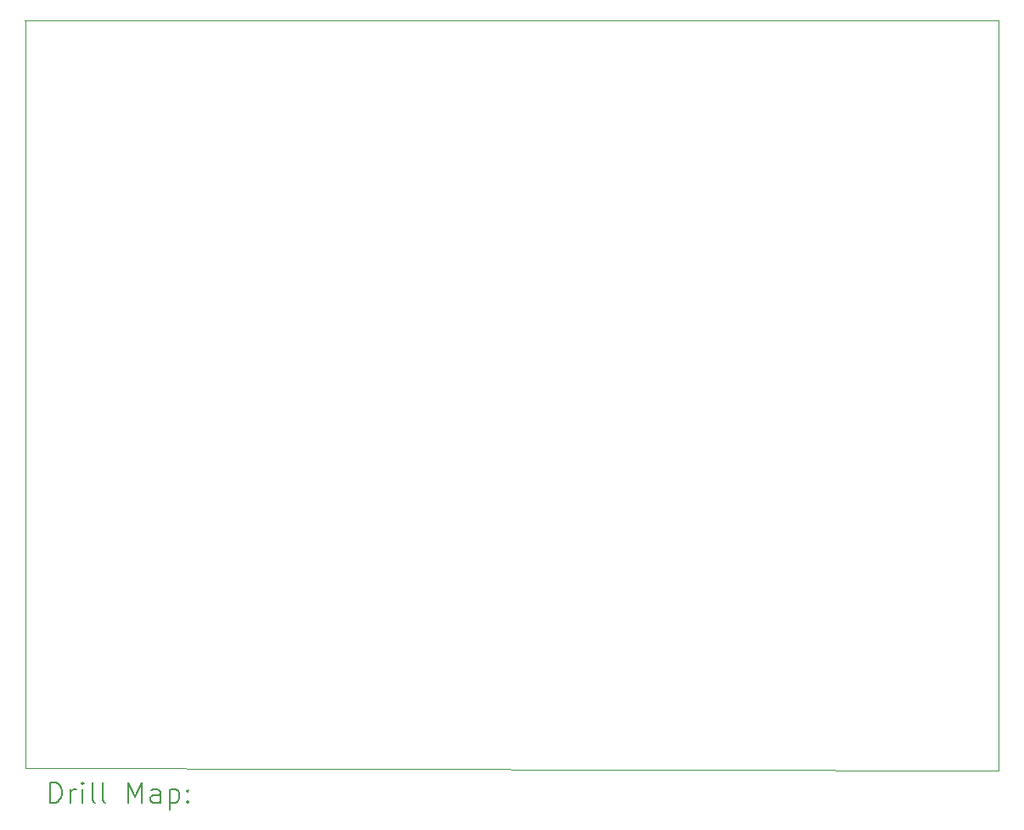
<source format=gbr>
%FSLAX45Y45*%
G04 Gerber Fmt 4.5, Leading zero omitted, Abs format (unit mm)*
G04 Created by KiCad (PCBNEW (6.0.2)) date 2022-06-27 11:40:45*
%MOMM*%
%LPD*%
G01*
G04 APERTURE LIST*
%TA.AperFunction,Profile*%
%ADD10C,0.100000*%
%TD*%
%ADD11C,0.200000*%
G04 APERTURE END LIST*
D10*
X9860200Y-5083100D02*
X19570600Y-5084500D01*
X19572500Y-5083600D02*
X19571300Y-12568000D01*
X9862400Y-12541200D02*
X9862400Y-5080800D01*
X19571300Y-12569100D02*
X9862600Y-12540800D01*
D11*
X10112819Y-12884576D02*
X10112819Y-12684576D01*
X10160438Y-12684576D01*
X10189010Y-12694100D01*
X10208057Y-12713148D01*
X10217581Y-12732195D01*
X10227105Y-12770290D01*
X10227105Y-12798862D01*
X10217581Y-12836957D01*
X10208057Y-12856005D01*
X10189010Y-12875052D01*
X10160438Y-12884576D01*
X10112819Y-12884576D01*
X10312819Y-12884576D02*
X10312819Y-12751243D01*
X10312819Y-12789338D02*
X10322343Y-12770290D01*
X10331867Y-12760767D01*
X10350914Y-12751243D01*
X10369962Y-12751243D01*
X10436629Y-12884576D02*
X10436629Y-12751243D01*
X10436629Y-12684576D02*
X10427105Y-12694100D01*
X10436629Y-12703624D01*
X10446152Y-12694100D01*
X10436629Y-12684576D01*
X10436629Y-12703624D01*
X10560438Y-12884576D02*
X10541390Y-12875052D01*
X10531867Y-12856005D01*
X10531867Y-12684576D01*
X10665200Y-12884576D02*
X10646152Y-12875052D01*
X10636629Y-12856005D01*
X10636629Y-12684576D01*
X10893771Y-12884576D02*
X10893771Y-12684576D01*
X10960438Y-12827433D01*
X11027105Y-12684576D01*
X11027105Y-12884576D01*
X11208057Y-12884576D02*
X11208057Y-12779814D01*
X11198533Y-12760767D01*
X11179486Y-12751243D01*
X11141390Y-12751243D01*
X11122343Y-12760767D01*
X11208057Y-12875052D02*
X11189009Y-12884576D01*
X11141390Y-12884576D01*
X11122343Y-12875052D01*
X11112819Y-12856005D01*
X11112819Y-12836957D01*
X11122343Y-12817909D01*
X11141390Y-12808386D01*
X11189009Y-12808386D01*
X11208057Y-12798862D01*
X11303295Y-12751243D02*
X11303295Y-12951243D01*
X11303295Y-12760767D02*
X11322343Y-12751243D01*
X11360438Y-12751243D01*
X11379486Y-12760767D01*
X11389009Y-12770290D01*
X11398533Y-12789338D01*
X11398533Y-12846481D01*
X11389009Y-12865528D01*
X11379486Y-12875052D01*
X11360438Y-12884576D01*
X11322343Y-12884576D01*
X11303295Y-12875052D01*
X11484248Y-12865528D02*
X11493771Y-12875052D01*
X11484248Y-12884576D01*
X11474724Y-12875052D01*
X11484248Y-12865528D01*
X11484248Y-12884576D01*
X11484248Y-12760767D02*
X11493771Y-12770290D01*
X11484248Y-12779814D01*
X11474724Y-12770290D01*
X11484248Y-12760767D01*
X11484248Y-12779814D01*
M02*

</source>
